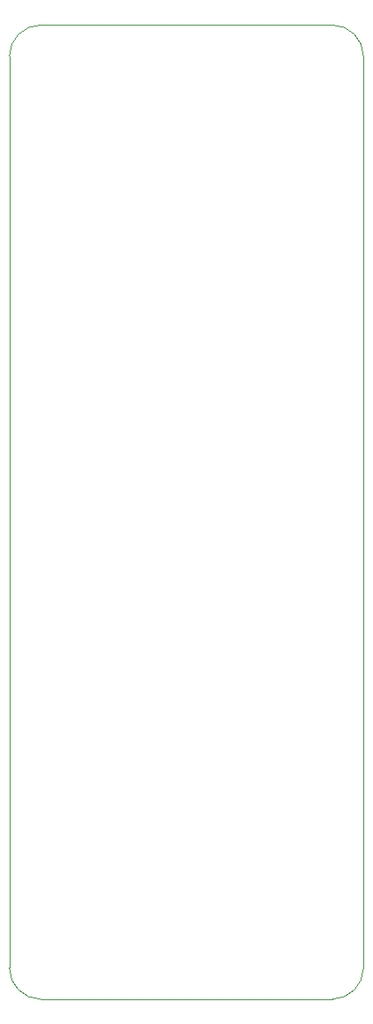
<source format=gbr>
%TF.GenerationSoftware,KiCad,Pcbnew,(5.1.9)-1*%
%TF.CreationDate,2021-09-28T20:21:57+01:00*%
%TF.ProjectId,1222 LMNC VCO ,31323232-204c-44d4-9e43-2056434f202e,rev?*%
%TF.SameCoordinates,Original*%
%TF.FileFunction,Profile,NP*%
%FSLAX46Y46*%
G04 Gerber Fmt 4.6, Leading zero omitted, Abs format (unit mm)*
G04 Created by KiCad (PCBNEW (5.1.9)-1) date 2021-09-28 20:21:57*
%MOMM*%
%LPD*%
G01*
G04 APERTURE LIST*
%TA.AperFunction,Profile*%
%ADD10C,0.100000*%
%TD*%
G04 APERTURE END LIST*
D10*
X76000000Y-28300000D02*
G75*
G02*
X79000000Y-25300000I3000000J0D01*
G01*
X107000000Y-25300000D02*
G75*
G02*
X110000000Y-28300000I0J-3000000D01*
G01*
X79000000Y-118800000D02*
G75*
G02*
X76000000Y-115800000I0J3000000D01*
G01*
X110000000Y-115800000D02*
G75*
G02*
X107000000Y-118800000I-3000000J0D01*
G01*
X110000000Y-28300000D02*
X110000000Y-115800000D01*
X79000000Y-25300000D02*
X107000000Y-25300000D01*
X76000000Y-115800000D02*
X76000000Y-28300000D01*
X107000000Y-118800000D02*
X79000000Y-118800000D01*
M02*

</source>
